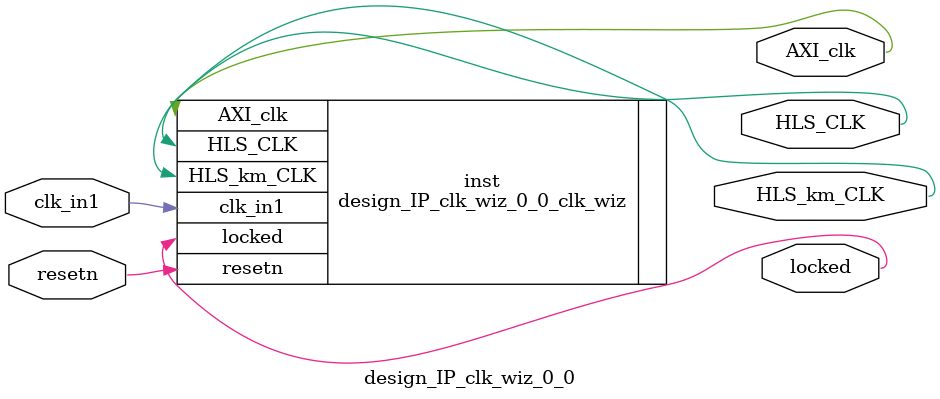
<source format=v>


`timescale 1ps/1ps

(* CORE_GENERATION_INFO = "design_IP_clk_wiz_0_0,clk_wiz_v6_0_3_0_0,{component_name=design_IP_clk_wiz_0_0,use_phase_alignment=true,use_min_o_jitter=false,use_max_i_jitter=false,use_dyn_phase_shift=false,use_inclk_switchover=false,use_dyn_reconfig=false,enable_axi=0,feedback_source=FDBK_AUTO,PRIMITIVE=MMCM,num_out_clk=3,clkin1_period=10.000,clkin2_period=10.000,use_power_down=false,use_reset=true,use_locked=true,use_inclk_stopped=false,feedback_type=SINGLE,CLOCK_MGR_TYPE=NA,manual_override=false}" *)

module design_IP_clk_wiz_0_0 
 (
  // Clock out ports
  output        AXI_clk,
  output        HLS_CLK,
  output        HLS_km_CLK,
  // Status and control signals
  input         resetn,
  output        locked,
 // Clock in ports
  input         clk_in1
 );

  design_IP_clk_wiz_0_0_clk_wiz inst
  (
  // Clock out ports  
  .AXI_clk(AXI_clk),
  .HLS_CLK(HLS_CLK),
  .HLS_km_CLK(HLS_km_CLK),
  // Status and control signals               
  .resetn(resetn), 
  .locked(locked),
 // Clock in ports
  .clk_in1(clk_in1)
  );

endmodule

</source>
